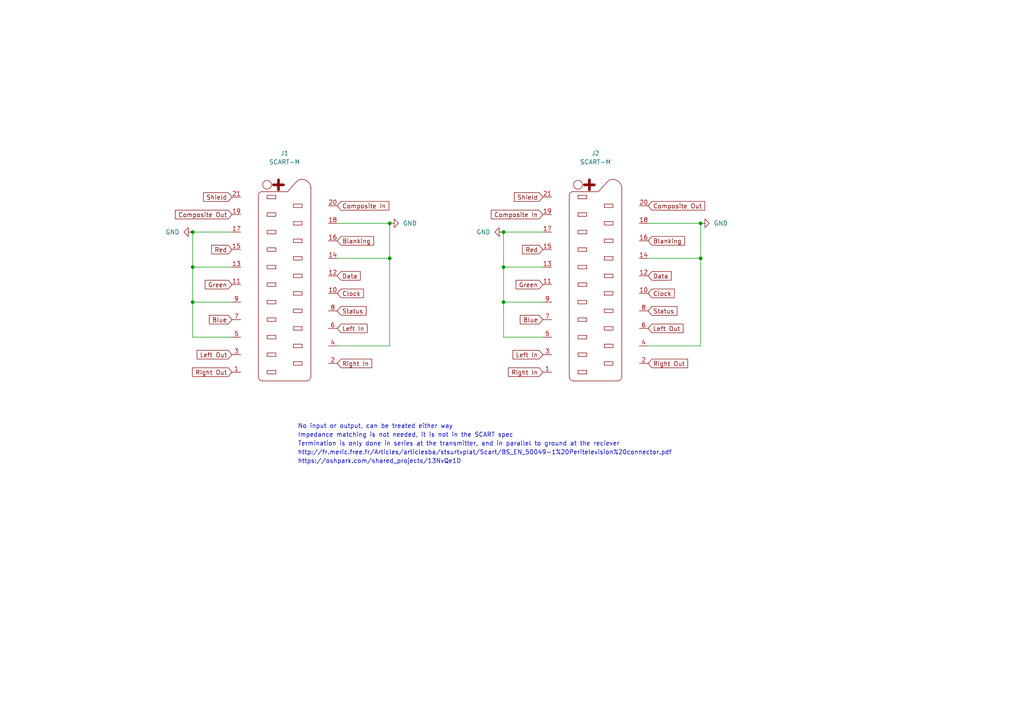
<source format=kicad_sch>
(kicad_sch (version 20230121) (generator eeschema)

  (uuid e639aac8-ced8-4dd1-a7fe-91a9bfa43493)

  (paper "A4")

  (lib_symbols
    (symbol "Connector:SCART-F" (pin_names (offset 0.762) hide) (in_bom yes) (on_board yes)
      (property "Reference" "J" (at 0 31.75 0)
        (effects (font (size 1.27 1.27)))
      )
      (property "Value" "SCART-F" (at 1.016 -29.21 0)
        (effects (font (size 1.27 1.27)))
      )
      (property "Footprint" "" (at 0 1.27 0)
        (effects (font (size 1.27 1.27)) hide)
      )
      (property "Datasheet" " ~" (at 0 1.27 0)
        (effects (font (size 1.27 1.27)) hide)
      )
      (property "ki_keywords" "connector" (at 0 0 0)
        (effects (font (size 1.27 1.27)) hide)
      )
      (property "ki_description" "Prise Peritel" (at 0 0 0)
        (effects (font (size 1.27 1.27)) hide)
      )
      (symbol "SCART-F_0_1"
        (arc (start -7.62 -26.67) (mid -7.248 -27.568) (end -6.35 -27.94)
          (stroke (width 0) (type default))
          (fill (type none))
        )
        (arc (start -6.604 26.9494) (mid -7.3224 26.6518) (end -7.62 25.9334)
          (stroke (width 0) (type default))
          (fill (type none))
        )
        (rectangle (start -5.08 -24.892) (end -2.54 -25.908)
          (stroke (width 0) (type default))
          (fill (type none))
        )
        (rectangle (start -5.08 -19.812) (end -2.54 -20.828)
          (stroke (width 0) (type default))
          (fill (type none))
        )
        (rectangle (start -5.08 -14.732) (end -2.54 -15.748)
          (stroke (width 0) (type default))
          (fill (type none))
        )
        (rectangle (start -5.08 -9.652) (end -2.54 -10.668)
          (stroke (width 0) (type default))
          (fill (type none))
        )
        (rectangle (start -5.08 -4.572) (end -2.54 -5.588)
          (stroke (width 0) (type default))
          (fill (type none))
        )
        (rectangle (start -5.08 0.508) (end -2.54 -0.508)
          (stroke (width 0) (type default))
          (fill (type none))
        )
        (rectangle (start -5.08 5.588) (end -2.54 4.572)
          (stroke (width 0) (type default))
          (fill (type none))
        )
        (rectangle (start -5.08 10.668) (end -2.54 9.652)
          (stroke (width 0) (type default))
          (fill (type none))
        )
        (rectangle (start -5.08 15.748) (end -2.54 14.732)
          (stroke (width 0) (type default))
          (fill (type none))
        )
        (rectangle (start -5.08 20.828) (end -2.54 19.812)
          (stroke (width 0) (type default))
          (fill (type none))
        )
        (rectangle (start -5.08 25.908) (end -2.54 24.892)
          (stroke (width 0) (type default))
          (fill (type none))
        )
        (circle (center -5.08 28.956) (radius 1.27)
          (stroke (width 0) (type default))
          (fill (type none))
        )
        (polyline
          (pts
            (xy -7.62 22.86)
            (xy -7.62 -26.67)
          )
          (stroke (width 0) (type default))
          (fill (type none))
        )
        (polyline
          (pts
            (xy -7.62 22.86)
            (xy -7.62 24.13)
          )
          (stroke (width 0) (type default))
          (fill (type none))
        )
        (polyline
          (pts
            (xy -7.62 24.6634)
            (xy -7.62 24.13)
          )
          (stroke (width 0) (type default))
          (fill (type none))
        )
        (polyline
          (pts
            (xy -7.62 24.6634)
            (xy -7.62 25.9334)
          )
          (stroke (width 0) (type default))
          (fill (type none))
        )
        (polyline
          (pts
            (xy -6.604 26.9494)
            (xy 0.508 26.9494)
          )
          (stroke (width 0) (type default))
          (fill (type none))
        )
        (polyline
          (pts
            (xy -6.35 -27.94)
            (xy 6.35 -27.94)
          )
          (stroke (width 0) (type default))
          (fill (type none))
        )
        (polyline
          (pts
            (xy 3.302 29.718)
            (xy 1.27 27.432)
          )
          (stroke (width 0) (type default))
          (fill (type none))
        )
        (polyline
          (pts
            (xy 4.826 30.48)
            (xy 5.08 30.48)
          )
          (stroke (width 0) (type default))
          (fill (type none))
        )
        (polyline
          (pts
            (xy 7.62 -26.67)
            (xy 7.62 28.2194)
          )
          (stroke (width 0) (type default))
          (fill (type none))
        )
        (arc (start 0.508 26.924) (mid 0.9569 27.0702) (end 1.2192 27.4574)
          (stroke (width 0) (type default))
          (fill (type none))
        )
        (rectangle (start 2.54 -22.352) (end 5.08 -23.368)
          (stroke (width 0) (type default))
          (fill (type none))
        )
        (rectangle (start 2.54 -17.272) (end 5.08 -18.288)
          (stroke (width 0) (type default))
          (fill (type none))
        )
        (rectangle (start 2.54 -12.192) (end 5.08 -13.208)
          (stroke (width 0) (type default))
          (fill (type none))
        )
        (rectangle (start 2.54 -7.112) (end 5.08 -8.128)
          (stroke (width 0) (type default))
          (fill (type none))
        )
        (rectangle (start 2.54 -2.032) (end 5.08 -3.048)
          (stroke (width 0) (type default))
          (fill (type none))
        )
        (rectangle (start 2.54 3.048) (end 5.08 2.032)
          (stroke (width 0) (type default))
          (fill (type none))
        )
        (rectangle (start 2.54 8.128) (end 5.08 7.112)
          (stroke (width 0) (type default))
          (fill (type none))
        )
        (rectangle (start 2.54 13.208) (end 5.08 12.192)
          (stroke (width 0) (type default))
          (fill (type none))
        )
        (rectangle (start 2.54 18.288) (end 5.08 17.272)
          (stroke (width 0) (type default))
          (fill (type none))
        )
        (rectangle (start 2.54 23.368) (end 5.08 22.352)
          (stroke (width 0) (type default))
          (fill (type none))
        )
        (arc (start 4.826 30.48) (mid 3.999 30.2726) (end 3.3782 29.6926)
          (stroke (width 0) (type default))
          (fill (type none))
        )
        (arc (start 6.35 -27.94) (mid 7.248 -27.568) (end 7.62 -26.67)
          (stroke (width 0) (type default))
          (fill (type none))
        )
        (arc (start 7.62 27.94) (mid 6.8761 29.7361) (end 5.08 30.48)
          (stroke (width 0) (type default))
          (fill (type none))
        )
        (text "+" (at -1.778 29.21 0)
          (effects (font (size 3.81 3.81) bold))
        )
      )
      (symbol "SCART-F_1_1"
        (pin passive line (at -15.24 -25.4 0) (length 2.54)
          (name "P1" (effects (font (size 1.27 1.27))))
          (number "1" (effects (font (size 1.27 1.27))))
        )
        (pin passive line (at 15.24 -2.54 180) (length 2.54)
          (name "P10" (effects (font (size 1.27 1.27))))
          (number "10" (effects (font (size 1.27 1.27))))
        )
        (pin passive line (at -15.24 0 0) (length 2.54)
          (name "P11" (effects (font (size 1.27 1.27))))
          (number "11" (effects (font (size 1.27 1.27))))
        )
        (pin passive line (at 15.24 2.54 180) (length 2.54)
          (name "P12" (effects (font (size 1.27 1.27))))
          (number "12" (effects (font (size 1.27 1.27))))
        )
        (pin passive line (at -15.24 5.08 0) (length 2.54)
          (name "P13" (effects (font (size 1.27 1.27))))
          (number "13" (effects (font (size 1.27 1.27))))
        )
        (pin passive line (at 15.24 7.62 180) (length 2.54)
          (name "P14" (effects (font (size 1.27 1.27))))
          (number "14" (effects (font (size 1.27 1.27))))
        )
        (pin passive line (at -15.24 10.16 0) (length 2.54)
          (name "P15" (effects (font (size 1.27 1.27))))
          (number "15" (effects (font (size 1.27 1.27))))
        )
        (pin passive line (at 15.24 12.7 180) (length 2.54)
          (name "P16" (effects (font (size 1.27 1.27))))
          (number "16" (effects (font (size 1.27 1.27))))
        )
        (pin passive line (at -15.24 15.24 0) (length 2.54)
          (name "P17" (effects (font (size 1.27 1.27))))
          (number "17" (effects (font (size 1.27 1.27))))
        )
        (pin passive line (at 15.24 17.78 180) (length 2.54)
          (name "P18" (effects (font (size 1.27 1.27))))
          (number "18" (effects (font (size 1.27 1.27))))
        )
        (pin passive line (at -15.24 20.32 0) (length 2.54)
          (name "P19" (effects (font (size 1.27 1.27))))
          (number "19" (effects (font (size 1.27 1.27))))
        )
        (pin passive line (at 15.24 -22.86 180) (length 2.54)
          (name "P2" (effects (font (size 1.27 1.27))))
          (number "2" (effects (font (size 1.27 1.27))))
        )
        (pin passive line (at 15.24 22.86 180) (length 2.54)
          (name "P20" (effects (font (size 1.27 1.27))))
          (number "20" (effects (font (size 1.27 1.27))))
        )
        (pin passive line (at -15.24 25.4 0) (length 2.54)
          (name "P21" (effects (font (size 1.27 1.27))))
          (number "21" (effects (font (size 1.27 1.27))))
        )
        (pin passive line (at -15.24 -20.32 0) (length 2.54)
          (name "P3" (effects (font (size 1.27 1.27))))
          (number "3" (effects (font (size 1.27 1.27))))
        )
        (pin passive line (at 15.24 -17.78 180) (length 2.54)
          (name "P4" (effects (font (size 1.27 1.27))))
          (number "4" (effects (font (size 1.27 1.27))))
        )
        (pin passive line (at -15.24 -15.24 0) (length 2.54)
          (name "P5" (effects (font (size 1.27 1.27))))
          (number "5" (effects (font (size 1.27 1.27))))
        )
        (pin passive line (at 15.24 -12.7 180) (length 2.54)
          (name "P6" (effects (font (size 1.27 1.27))))
          (number "6" (effects (font (size 1.27 1.27))))
        )
        (pin passive line (at -15.24 -10.16 0) (length 2.54)
          (name "P7" (effects (font (size 1.27 1.27))))
          (number "7" (effects (font (size 1.27 1.27))))
        )
        (pin passive line (at 15.24 -7.62 180) (length 2.54)
          (name "P8" (effects (font (size 1.27 1.27))))
          (number "8" (effects (font (size 1.27 1.27))))
        )
        (pin passive line (at -15.24 -5.08 0) (length 2.54)
          (name "P9" (effects (font (size 1.27 1.27))))
          (number "9" (effects (font (size 1.27 1.27))))
        )
      )
    )
    (symbol "power:GND" (power) (pin_names (offset 0)) (in_bom yes) (on_board yes)
      (property "Reference" "#PWR" (at 0 -6.35 0)
        (effects (font (size 1.27 1.27)) hide)
      )
      (property "Value" "GND" (at 0 -3.81 0)
        (effects (font (size 1.27 1.27)))
      )
      (property "Footprint" "" (at 0 0 0)
        (effects (font (size 1.27 1.27)) hide)
      )
      (property "Datasheet" "" (at 0 0 0)
        (effects (font (size 1.27 1.27)) hide)
      )
      (property "ki_keywords" "global power" (at 0 0 0)
        (effects (font (size 1.27 1.27)) hide)
      )
      (property "ki_description" "Power symbol creates a global label with name \"GND\" , ground" (at 0 0 0)
        (effects (font (size 1.27 1.27)) hide)
      )
      (symbol "GND_0_1"
        (polyline
          (pts
            (xy 0 0)
            (xy 0 -1.27)
            (xy 1.27 -1.27)
            (xy 0 -2.54)
            (xy -1.27 -1.27)
            (xy 0 -1.27)
          )
          (stroke (width 0) (type default))
          (fill (type none))
        )
      )
      (symbol "GND_1_1"
        (pin power_in line (at 0 0 270) (length 0) hide
          (name "GND" (effects (font (size 1.27 1.27))))
          (number "1" (effects (font (size 1.27 1.27))))
        )
      )
    )
  )

  (junction (at 55.88 87.63) (diameter 0) (color 0 0 0 0)
    (uuid 0f814fb5-6c7a-42e4-949a-86440adbdd77)
  )
  (junction (at 203.2 74.93) (diameter 0) (color 0 0 0 0)
    (uuid 0f961ca4-d4b0-4ef5-8f8f-b46389d8ac1b)
  )
  (junction (at 55.88 77.47) (diameter 0) (color 0 0 0 0)
    (uuid 2bf1a847-6514-4a8f-9b12-9e6fdab110a1)
  )
  (junction (at 113.03 64.77) (diameter 0) (color 0 0 0 0)
    (uuid 5b20ce7f-616f-462e-a2df-4deecdc0f64a)
  )
  (junction (at 146.05 87.63) (diameter 0) (color 0 0 0 0)
    (uuid 7bcc17c2-8e93-43f1-8213-913bc62f69f0)
  )
  (junction (at 146.05 77.47) (diameter 0) (color 0 0 0 0)
    (uuid a3a98a20-1332-4ace-897c-5a4954e72f63)
  )
  (junction (at 113.03 74.93) (diameter 0) (color 0 0 0 0)
    (uuid ab4b3c3c-9470-4856-8260-0f254b708c8d)
  )
  (junction (at 146.05 67.31) (diameter 0) (color 0 0 0 0)
    (uuid b8897f26-a3d4-4ae5-ba25-c1050d41f114)
  )
  (junction (at 55.88 67.31) (diameter 0) (color 0 0 0 0)
    (uuid d3edfbfb-7125-4974-a0da-82c8049bdade)
  )
  (junction (at 203.2 64.77) (diameter 0) (color 0 0 0 0)
    (uuid f754e9a0-78b8-46fc-bd9a-25e638890a7a)
  )

  (wire (pts (xy 146.05 97.79) (xy 157.48 97.79))
    (stroke (width 0) (type default))
    (uuid 0c37b7e4-74a2-4c96-a684-f0acb2c7143e)
  )
  (wire (pts (xy 97.79 64.77) (xy 113.03 64.77))
    (stroke (width 0) (type default))
    (uuid 175e5773-ec9b-4f91-a00a-4f139577a960)
  )
  (wire (pts (xy 67.31 67.31) (xy 55.88 67.31))
    (stroke (width 0) (type default))
    (uuid 38698c41-159b-41de-8194-4583558c57ce)
  )
  (wire (pts (xy 55.88 87.63) (xy 67.31 87.63))
    (stroke (width 0) (type default))
    (uuid 487e8e10-cec0-473d-bf24-5d700b917248)
  )
  (wire (pts (xy 203.2 74.93) (xy 203.2 100.33))
    (stroke (width 0) (type default))
    (uuid 4a0e747e-a30a-4823-bc13-d500a6af015a)
  )
  (wire (pts (xy 157.48 67.31) (xy 146.05 67.31))
    (stroke (width 0) (type default))
    (uuid 4d959a53-60be-456d-b917-5a074f08f283)
  )
  (wire (pts (xy 146.05 87.63) (xy 146.05 97.79))
    (stroke (width 0) (type default))
    (uuid 4f5c1d45-3d14-419a-ae26-44176c8a5e9b)
  )
  (wire (pts (xy 113.03 64.77) (xy 113.03 74.93))
    (stroke (width 0) (type default))
    (uuid 7840430c-2f53-4734-b2f9-bc9d4a6f166c)
  )
  (wire (pts (xy 203.2 64.77) (xy 203.2 74.93))
    (stroke (width 0) (type default))
    (uuid 7aaccc20-9722-4c02-826c-d19909d83625)
  )
  (wire (pts (xy 203.2 74.93) (xy 187.96 74.93))
    (stroke (width 0) (type default))
    (uuid 7e58190e-ce65-4b39-b31b-410810df2e1a)
  )
  (wire (pts (xy 55.88 97.79) (xy 67.31 97.79))
    (stroke (width 0) (type default))
    (uuid 857701be-8297-4c86-ba42-240e21b88dfe)
  )
  (wire (pts (xy 146.05 87.63) (xy 157.48 87.63))
    (stroke (width 0) (type default))
    (uuid 871f7482-1b60-419e-a050-eede0e15b836)
  )
  (wire (pts (xy 187.96 64.77) (xy 203.2 64.77))
    (stroke (width 0) (type default))
    (uuid 87a920bb-6593-458e-a0e9-5a200dc0b687)
  )
  (wire (pts (xy 113.03 74.93) (xy 97.79 74.93))
    (stroke (width 0) (type default))
    (uuid 938e92a3-d22c-4717-85d1-6e7bb1406f55)
  )
  (wire (pts (xy 113.03 100.33) (xy 97.79 100.33))
    (stroke (width 0) (type default))
    (uuid 95439afc-e019-4a1b-91a0-2815ee08a66b)
  )
  (wire (pts (xy 146.05 67.31) (xy 146.05 77.47))
    (stroke (width 0) (type default))
    (uuid 9c3d7b0b-94f3-4467-9fb3-fe165c908e6b)
  )
  (wire (pts (xy 55.88 77.47) (xy 67.31 77.47))
    (stroke (width 0) (type default))
    (uuid a74ac3ce-e400-4a70-9ddc-06d1105348b6)
  )
  (wire (pts (xy 203.2 100.33) (xy 187.96 100.33))
    (stroke (width 0) (type default))
    (uuid aed220a8-f83d-463d-9576-f2eff7fe5c01)
  )
  (wire (pts (xy 55.88 67.31) (xy 55.88 77.47))
    (stroke (width 0) (type default))
    (uuid ba8511ac-938d-4283-ab33-1acee8439a5a)
  )
  (wire (pts (xy 146.05 77.47) (xy 157.48 77.47))
    (stroke (width 0) (type default))
    (uuid c6981a65-4efb-4a4d-96d6-21c7b79a71f4)
  )
  (wire (pts (xy 146.05 77.47) (xy 146.05 87.63))
    (stroke (width 0) (type default))
    (uuid cdd56e0a-c97a-44bf-af8f-4abe633e9c2f)
  )
  (wire (pts (xy 55.88 87.63) (xy 55.88 97.79))
    (stroke (width 0) (type default))
    (uuid dc5d5c1e-e236-4a9f-839a-95da00fb5d5a)
  )
  (wire (pts (xy 113.03 74.93) (xy 113.03 100.33))
    (stroke (width 0) (type default))
    (uuid f6fe8c2e-cadf-42a4-9879-c4b50f1e9f47)
  )
  (wire (pts (xy 55.88 77.47) (xy 55.88 87.63))
    (stroke (width 0) (type default))
    (uuid fd563648-88cd-4538-a80f-51c3db196cee)
  )

  (text "Termination is only done in series at the transmitter, and in parallel to ground at the reciever"
    (at 86.36 129.54 0)
    (effects (font (size 1.27 1.27)) (justify left bottom))
    (uuid 310f3ba1-20f9-40b0-a100-d9a832315893)
  )
  (text "http://fr.meric.free.fr/Articles/articlesba/stsurtvplat/Scart/BS_EN_50049-1%20Peritelevision%20connector.pdf"
    (at 86.36 132.08 0)
    (effects (font (size 1.27 1.27)) (justify left bottom))
    (uuid 5c6acb7f-7ce6-4064-937a-34c5f80924a3)
  )
  (text "No input or output, can be treated either way" (at 86.36 124.46 0)
    (effects (font (size 1.27 1.27)) (justify left bottom))
    (uuid a4752cf4-9c86-486c-a9a9-75c5642b9f4d)
  )
  (text "https://oshpark.com/shared_projects/13NvQe1D" (at 86.36 134.62 0)
    (effects (font (size 1.27 1.27)) (justify left bottom))
    (uuid be3aebdf-1021-458c-afdf-1ce5804c986b)
  )
  (text "Impedance matching is not needed, it is not in the SCART spec"
    (at 86.36 127 0)
    (effects (font (size 1.27 1.27)) (justify left bottom))
    (uuid d7cfcf27-49d6-4c9d-8967-e2e06e8a57a8)
  )

  (global_label "Composite In" (shape input) (at 157.48 62.23 180) (fields_autoplaced)
    (effects (font (size 1.27 1.27)) (justify right))
    (uuid 05724c0e-9f6b-4c91-a12d-3d9f628ef050)
    (property "Intersheetrefs" "${INTERSHEET_REFS}" (at 141.9159 62.23 0)
      (effects (font (size 1.27 1.27)) (justify right) hide)
    )
  )
  (global_label "Shield" (shape input) (at 67.31 57.15 180) (fields_autoplaced)
    (effects (font (size 1.27 1.27)) (justify right))
    (uuid 07b85462-1a8a-4705-b99a-f6d2f3906b65)
    (property "Intersheetrefs" "${INTERSHEET_REFS}" (at 58.4587 57.15 0)
      (effects (font (size 1.27 1.27)) (justify right) hide)
    )
  )
  (global_label "Right In" (shape input) (at 157.48 107.95 180) (fields_autoplaced)
    (effects (font (size 1.27 1.27)) (justify right))
    (uuid 168b4aa5-9811-441d-aee2-0dfcb510f427)
    (property "Intersheetrefs" "${INTERSHEET_REFS}" (at 146.8749 107.95 0)
      (effects (font (size 1.27 1.27)) (justify right) hide)
    )
  )
  (global_label "Right Out" (shape input) (at 67.31 107.95 180) (fields_autoplaced)
    (effects (font (size 1.27 1.27)) (justify right))
    (uuid 1b8fe31e-00da-4e2b-a9ef-be8c2a283339)
    (property "Intersheetrefs" "${INTERSHEET_REFS}" (at 55.2535 107.95 0)
      (effects (font (size 1.27 1.27)) (justify right) hide)
    )
  )
  (global_label "Clock" (shape input) (at 97.79 85.09 0) (fields_autoplaced)
    (effects (font (size 1.27 1.27)) (justify left))
    (uuid 22f84149-9eac-49a9-8ca0-666ea642fa34)
    (property "Intersheetrefs" "${INTERSHEET_REFS}" (at 105.9761 85.09 0)
      (effects (font (size 1.27 1.27)) (justify left) hide)
    )
  )
  (global_label "Clock" (shape input) (at 187.96 85.09 0) (fields_autoplaced)
    (effects (font (size 1.27 1.27)) (justify left))
    (uuid 2cbb2839-5f49-46ee-b28b-a550b04f0bde)
    (property "Intersheetrefs" "${INTERSHEET_REFS}" (at 196.1461 85.09 0)
      (effects (font (size 1.27 1.27)) (justify left) hide)
    )
  )
  (global_label "Right Out" (shape input) (at 187.96 105.41 0) (fields_autoplaced)
    (effects (font (size 1.27 1.27)) (justify left))
    (uuid 369b693f-258a-4eb3-ac8d-14bd83b192a6)
    (property "Intersheetrefs" "${INTERSHEET_REFS}" (at 200.0165 105.41 0)
      (effects (font (size 1.27 1.27)) (justify left) hide)
    )
  )
  (global_label "Shield" (shape input) (at 157.48 57.15 180) (fields_autoplaced)
    (effects (font (size 1.27 1.27)) (justify right))
    (uuid 399d5fa8-97d8-4de6-8b32-da9c23c376b3)
    (property "Intersheetrefs" "${INTERSHEET_REFS}" (at 148.6287 57.15 0)
      (effects (font (size 1.27 1.27)) (justify right) hide)
    )
  )
  (global_label "Data" (shape input) (at 187.96 80.01 0) (fields_autoplaced)
    (effects (font (size 1.27 1.27)) (justify left))
    (uuid 4016eac3-8afc-42d8-bce1-cf70a61522a5)
    (property "Intersheetrefs" "${INTERSHEET_REFS}" (at 195.2389 80.01 0)
      (effects (font (size 1.27 1.27)) (justify left) hide)
    )
  )
  (global_label "Status" (shape input) (at 187.96 90.17 0) (fields_autoplaced)
    (effects (font (size 1.27 1.27)) (justify left))
    (uuid 419750bc-2d1d-47d1-bf48-1d77e705dc1f)
    (property "Intersheetrefs" "${INTERSHEET_REFS}" (at 196.9322 90.17 0)
      (effects (font (size 1.27 1.27)) (justify left) hide)
    )
  )
  (global_label "Green" (shape input) (at 157.48 82.55 180) (fields_autoplaced)
    (effects (font (size 1.27 1.27)) (justify right))
    (uuid 42cb9a2d-db1d-4bb5-9a0d-181a0c78c824)
    (property "Intersheetrefs" "${INTERSHEET_REFS}" (at 149.1124 82.55 0)
      (effects (font (size 1.27 1.27)) (justify right) hide)
    )
  )
  (global_label "Blue" (shape input) (at 157.48 92.71 180) (fields_autoplaced)
    (effects (font (size 1.27 1.27)) (justify right))
    (uuid 51babb49-ad4a-48f6-85be-db4ba6b879d7)
    (property "Intersheetrefs" "${INTERSHEET_REFS}" (at 150.322 92.71 0)
      (effects (font (size 1.27 1.27)) (justify right) hide)
    )
  )
  (global_label "Red" (shape input) (at 67.31 72.39 180) (fields_autoplaced)
    (effects (font (size 1.27 1.27)) (justify right))
    (uuid 68011dea-5894-4ae6-a539-0d8f5f3fbe21)
    (property "Intersheetrefs" "${INTERSHEET_REFS}" (at 60.8172 72.39 0)
      (effects (font (size 1.27 1.27)) (justify right) hide)
    )
  )
  (global_label "Left Out" (shape input) (at 187.96 95.25 0) (fields_autoplaced)
    (effects (font (size 1.27 1.27)) (justify left))
    (uuid 742bd493-b45c-4561-a83b-2b9fe4fefa4d)
    (property "Intersheetrefs" "${INTERSHEET_REFS}" (at 198.6861 95.25 0)
      (effects (font (size 1.27 1.27)) (justify left) hide)
    )
  )
  (global_label "Composite In" (shape input) (at 97.79 59.69 0) (fields_autoplaced)
    (effects (font (size 1.27 1.27)) (justify left))
    (uuid 8929245d-9a3f-464b-85ef-6c56908d2be6)
    (property "Intersheetrefs" "${INTERSHEET_REFS}" (at 113.3541 59.69 0)
      (effects (font (size 1.27 1.27)) (justify left) hide)
    )
  )
  (global_label "Red" (shape input) (at 157.48 72.39 180) (fields_autoplaced)
    (effects (font (size 1.27 1.27)) (justify right))
    (uuid aeb768e5-c8ed-4288-a24f-b93cd28bc7c2)
    (property "Intersheetrefs" "${INTERSHEET_REFS}" (at 150.9872 72.39 0)
      (effects (font (size 1.27 1.27)) (justify right) hide)
    )
  )
  (global_label "Data" (shape input) (at 97.79 80.01 0) (fields_autoplaced)
    (effects (font (size 1.27 1.27)) (justify left))
    (uuid b4c62dfe-9aa1-4eb8-8d60-f6d38b3f1d59)
    (property "Intersheetrefs" "${INTERSHEET_REFS}" (at 105.0689 80.01 0)
      (effects (font (size 1.27 1.27)) (justify left) hide)
    )
  )
  (global_label "Green" (shape input) (at 67.31 82.55 180) (fields_autoplaced)
    (effects (font (size 1.27 1.27)) (justify right))
    (uuid b6ae4888-a63b-4bfd-b6cb-6cc75dd461c1)
    (property "Intersheetrefs" "${INTERSHEET_REFS}" (at 58.9424 82.55 0)
      (effects (font (size 1.27 1.27)) (justify right) hide)
    )
  )
  (global_label "Blanking" (shape input) (at 187.96 69.85 0) (fields_autoplaced)
    (effects (font (size 1.27 1.27)) (justify left))
    (uuid becaa5ff-3ce7-4d0f-954a-8177c5ab74df)
    (property "Intersheetrefs" "${INTERSHEET_REFS}" (at 199.1093 69.85 0)
      (effects (font (size 1.27 1.27)) (justify left) hide)
    )
  )
  (global_label "Left In" (shape input) (at 157.48 102.87 180) (fields_autoplaced)
    (effects (font (size 1.27 1.27)) (justify right))
    (uuid c6ba76d7-4231-49c7-b541-3ea0e44d2ae4)
    (property "Intersheetrefs" "${INTERSHEET_REFS}" (at 148.2053 102.87 0)
      (effects (font (size 1.27 1.27)) (justify right) hide)
    )
  )
  (global_label "Blanking" (shape input) (at 97.79 69.85 0) (fields_autoplaced)
    (effects (font (size 1.27 1.27)) (justify left))
    (uuid d6d2c51f-d636-44b5-bf81-bc44b011a505)
    (property "Intersheetrefs" "${INTERSHEET_REFS}" (at 108.9393 69.85 0)
      (effects (font (size 1.27 1.27)) (justify left) hide)
    )
  )
  (global_label "Composite Out" (shape input) (at 187.96 59.69 0) (fields_autoplaced)
    (effects (font (size 1.27 1.27)) (justify left))
    (uuid d7154de5-11ad-4c73-aa9b-7adbd464d0c2)
    (property "Intersheetrefs" "${INTERSHEET_REFS}" (at 204.9755 59.69 0)
      (effects (font (size 1.27 1.27)) (justify left) hide)
    )
  )
  (global_label "Right In" (shape input) (at 97.79 105.41 0) (fields_autoplaced)
    (effects (font (size 1.27 1.27)) (justify left))
    (uuid d7b30511-eb2c-4f06-9697-dc5efb51a630)
    (property "Intersheetrefs" "${INTERSHEET_REFS}" (at 108.3951 105.41 0)
      (effects (font (size 1.27 1.27)) (justify left) hide)
    )
  )
  (global_label "Left In" (shape input) (at 97.79 95.25 0) (fields_autoplaced)
    (effects (font (size 1.27 1.27)) (justify left))
    (uuid e9a6c0f7-51b3-4bab-84ab-e6be85a0b701)
    (property "Intersheetrefs" "${INTERSHEET_REFS}" (at 107.0647 95.25 0)
      (effects (font (size 1.27 1.27)) (justify left) hide)
    )
  )
  (global_label "Composite Out" (shape input) (at 67.31 62.23 180) (fields_autoplaced)
    (effects (font (size 1.27 1.27)) (justify right))
    (uuid eb3edeab-ae5e-4f6b-8c51-e686a1879ff7)
    (property "Intersheetrefs" "${INTERSHEET_REFS}" (at 50.2945 62.23 0)
      (effects (font (size 1.27 1.27)) (justify right) hide)
    )
  )
  (global_label "Blue" (shape input) (at 67.31 92.71 180) (fields_autoplaced)
    (effects (font (size 1.27 1.27)) (justify right))
    (uuid ec15cd6d-8da0-40fb-a4e8-5ea14b9c2bcd)
    (property "Intersheetrefs" "${INTERSHEET_REFS}" (at 60.152 92.71 0)
      (effects (font (size 1.27 1.27)) (justify right) hide)
    )
  )
  (global_label "Status" (shape input) (at 97.79 90.17 0) (fields_autoplaced)
    (effects (font (size 1.27 1.27)) (justify left))
    (uuid fb5439ce-2849-4b20-940e-2e701acb83f8)
    (property "Intersheetrefs" "${INTERSHEET_REFS}" (at 106.7622 90.17 0)
      (effects (font (size 1.27 1.27)) (justify left) hide)
    )
  )
  (global_label "Left Out" (shape input) (at 67.31 102.87 180) (fields_autoplaced)
    (effects (font (size 1.27 1.27)) (justify right))
    (uuid fe88e057-0fa8-4284-807a-a8ff6ee1509a)
    (property "Intersheetrefs" "${INTERSHEET_REFS}" (at 56.5839 102.87 0)
      (effects (font (size 1.27 1.27)) (justify right) hide)
    )
  )

  (symbol (lib_id "Connector:SCART-F") (at 172.72 82.55 0) (unit 1)
    (in_bom yes) (on_board yes) (dnp no) (fields_autoplaced)
    (uuid 4533c645-f231-4560-baa6-5c672c302bea)
    (property "Reference" "J2" (at 172.72 44.45 0)
      (effects (font (size 1.27 1.27)))
    )
    (property "Value" "SCART-M" (at 172.72 46.99 0)
      (effects (font (size 1.27 1.27)))
    )
    (property "Footprint" "Connector_AV:Male_SCART" (at 172.72 81.28 0)
      (effects (font (size 1.27 1.27)) hide)
    )
    (property "Datasheet" " ~" (at 172.72 81.28 0)
      (effects (font (size 1.27 1.27)) hide)
    )
    (pin "4" (uuid 1031eca1-27cb-4aeb-b261-fa0e951da005))
    (pin "15" (uuid 26d7d47c-193c-4516-ae10-29c6635a923d))
    (pin "7" (uuid e640afd6-7c4b-4813-916e-0ea309eb8f95))
    (pin "19" (uuid 0f195643-4cc2-443b-b3af-71c306fa052b))
    (pin "10" (uuid 694fb267-7505-403b-b70a-301b63c8b3f0))
    (pin "17" (uuid 4005c8ce-5dd1-4967-8e03-5d31fc164071))
    (pin "6" (uuid 58e9e85a-a9fb-4e5b-89e8-dd2aab2a3914))
    (pin "16" (uuid 7dc39590-fe9d-4c48-a4ca-dc407f0da382))
    (pin "18" (uuid e90844f4-c9cf-4488-a624-bbf01ed64a0e))
    (pin "13" (uuid 89ee3009-09ff-42c6-aafe-53087a6edd51))
    (pin "2" (uuid c4e8d121-def8-440b-816b-db8e050a445a))
    (pin "5" (uuid 9dcbdb94-83f6-41b8-9aff-fae63cf970e6))
    (pin "1" (uuid f37cedd0-317f-4cbd-9227-0b489279c6be))
    (pin "12" (uuid 46a1e87c-08fd-4f80-9bb1-56c6ead573d2))
    (pin "11" (uuid 74669631-f705-4d53-a13c-fff70f4ca54e))
    (pin "8" (uuid de0e09bf-23cc-4404-ac41-18b5132e1804))
    (pin "14" (uuid d56d44e7-f1c9-4e55-a5cd-63d02a57cdd8))
    (pin "21" (uuid 38e6819a-9b6d-4a88-bf56-8dc19d533d25))
    (pin "9" (uuid 6602c4b0-704e-4f17-b1c8-7af26923aee8))
    (pin "20" (uuid 10204cfa-d871-4101-8ebb-7429259e585b))
    (pin "3" (uuid 1d492a93-b674-411d-a464-d205c01c931d))
    (instances
      (project "scart-ftf"
        (path "/35be7bb5-4d24-47f2-9037-c25ea0e0455b"
          (reference "J2") (unit 1)
        )
      )
      (project "scart-mtm"
        (path "/e639aac8-ced8-4dd1-a7fe-91a9bfa43493"
          (reference "J2") (unit 1)
        )
      )
    )
  )

  (symbol (lib_id "power:GND") (at 55.88 67.31 270) (unit 1)
    (in_bom yes) (on_board yes) (dnp no) (fields_autoplaced)
    (uuid 9e643a81-58f9-4fa7-980c-45711d11538c)
    (property "Reference" "#PWR02" (at 49.53 67.31 0)
      (effects (font (size 1.27 1.27)) hide)
    )
    (property "Value" "GND" (at 52.07 67.31 90)
      (effects (font (size 1.27 1.27)) (justify right))
    )
    (property "Footprint" "" (at 55.88 67.31 0)
      (effects (font (size 1.27 1.27)) hide)
    )
    (property "Datasheet" "" (at 55.88 67.31 0)
      (effects (font (size 1.27 1.27)) hide)
    )
    (pin "1" (uuid 830a2b0a-3b75-497f-8186-57ba94299c36))
    (instances
      (project "scart-mtm"
        (path "/e639aac8-ced8-4dd1-a7fe-91a9bfa43493"
          (reference "#PWR02") (unit 1)
        )
      )
    )
  )

  (symbol (lib_id "power:GND") (at 146.05 67.31 270) (unit 1)
    (in_bom yes) (on_board yes) (dnp no) (fields_autoplaced)
    (uuid a49f0013-2db5-41cc-a3a9-3b53816bb5dd)
    (property "Reference" "#PWR04" (at 139.7 67.31 0)
      (effects (font (size 1.27 1.27)) hide)
    )
    (property "Value" "GND" (at 142.24 67.31 90)
      (effects (font (size 1.27 1.27)) (justify right))
    )
    (property "Footprint" "" (at 146.05 67.31 0)
      (effects (font (size 1.27 1.27)) hide)
    )
    (property "Datasheet" "" (at 146.05 67.31 0)
      (effects (font (size 1.27 1.27)) hide)
    )
    (pin "1" (uuid 336429a7-9460-400b-b798-158cf839c702))
    (instances
      (project "scart-mtm"
        (path "/e639aac8-ced8-4dd1-a7fe-91a9bfa43493"
          (reference "#PWR04") (unit 1)
        )
      )
    )
  )

  (symbol (lib_id "Connector:SCART-F") (at 82.55 82.55 0) (unit 1)
    (in_bom yes) (on_board yes) (dnp no) (fields_autoplaced)
    (uuid b83e8903-4932-4478-8b56-81852165eb01)
    (property "Reference" "J1" (at 82.55 44.45 0)
      (effects (font (size 1.27 1.27)))
    )
    (property "Value" "SCART-M" (at 82.55 46.99 0)
      (effects (font (size 1.27 1.27)))
    )
    (property "Footprint" "Connector_AV:Male_SCART" (at 82.55 81.28 0)
      (effects (font (size 1.27 1.27)) hide)
    )
    (property "Datasheet" " ~" (at 82.55 81.28 0)
      (effects (font (size 1.27 1.27)) hide)
    )
    (pin "4" (uuid 68b9845e-16e4-4ece-97d4-9e2ce1cc21da))
    (pin "15" (uuid bc5e38c1-facc-407e-bda7-77757640aede))
    (pin "7" (uuid 84b3a431-b84a-4a78-a059-54dd470108fc))
    (pin "19" (uuid 1466e51f-a0fa-4a8c-ac81-adbf12d3d289))
    (pin "10" (uuid 4b3a8657-3ebd-47ae-b573-bdae7a5cfcd2))
    (pin "17" (uuid b1614b6a-260c-4e18-9a11-f71a3be7da2f))
    (pin "6" (uuid e487dd5e-3e2c-40df-b6bc-23c5062c1d05))
    (pin "16" (uuid 5a3c62b6-77d0-4de9-8163-eca76b504566))
    (pin "18" (uuid 967a1559-7fc5-45a3-b658-dcaa40173be4))
    (pin "13" (uuid 104aed77-130d-4c8b-9da9-a6237a3b1217))
    (pin "2" (uuid 7b997625-e6d5-4d50-9951-72e3b57f0ba2))
    (pin "5" (uuid 7f3e5740-caa5-4e07-97fa-b71b95a19b65))
    (pin "1" (uuid 38d8679a-7bd8-44f2-9f47-5ae0192202a4))
    (pin "12" (uuid 560c2324-f862-402b-9259-53716d4a3b21))
    (pin "11" (uuid 1901c869-a894-43ce-ab8d-cec19b017335))
    (pin "8" (uuid f7ae4dcd-61d1-4839-a337-cfb5afa70862))
    (pin "14" (uuid 363f052c-39b6-4525-99b4-fa7d6d01d5ad))
    (pin "21" (uuid 3459e0dc-08ff-43e0-837c-762c2200e002))
    (pin "9" (uuid f23741e3-8313-4836-82a9-0e7fd3b1d4b1))
    (pin "20" (uuid 2042f2b5-0d9b-4a91-ac90-64b053f99332))
    (pin "3" (uuid d26a7428-8c01-4454-9bae-edeae9e1da55))
    (instances
      (project "scart-ftf"
        (path "/35be7bb5-4d24-47f2-9037-c25ea0e0455b"
          (reference "J1") (unit 1)
        )
      )
      (project "scart-mtm"
        (path "/e639aac8-ced8-4dd1-a7fe-91a9bfa43493"
          (reference "J1") (unit 1)
        )
      )
    )
  )

  (symbol (lib_id "power:GND") (at 203.2 64.77 90) (unit 1)
    (in_bom yes) (on_board yes) (dnp no) (fields_autoplaced)
    (uuid c78f65ea-b207-4bad-b6fe-3c20f9c2e16a)
    (property "Reference" "#PWR03" (at 209.55 64.77 0)
      (effects (font (size 1.27 1.27)) hide)
    )
    (property "Value" "GND" (at 207.01 64.77 90)
      (effects (font (size 1.27 1.27)) (justify right))
    )
    (property "Footprint" "" (at 203.2 64.77 0)
      (effects (font (size 1.27 1.27)) hide)
    )
    (property "Datasheet" "" (at 203.2 64.77 0)
      (effects (font (size 1.27 1.27)) hide)
    )
    (pin "1" (uuid 5ebe249d-efa3-4f22-9dc2-ef7093cc5637))
    (instances
      (project "scart-mtm"
        (path "/e639aac8-ced8-4dd1-a7fe-91a9bfa43493"
          (reference "#PWR03") (unit 1)
        )
      )
    )
  )

  (symbol (lib_id "power:GND") (at 113.03 64.77 90) (unit 1)
    (in_bom yes) (on_board yes) (dnp no) (fields_autoplaced)
    (uuid c8e42ac3-37f3-41cb-a1bb-cdc4bce9cd48)
    (property "Reference" "#PWR01" (at 119.38 64.77 0)
      (effects (font (size 1.27 1.27)) hide)
    )
    (property "Value" "GND" (at 116.84 64.77 90)
      (effects (font (size 1.27 1.27)) (justify right))
    )
    (property "Footprint" "" (at 113.03 64.77 0)
      (effects (font (size 1.27 1.27)) hide)
    )
    (property "Datasheet" "" (at 113.03 64.77 0)
      (effects (font (size 1.27 1.27)) hide)
    )
    (pin "1" (uuid e3d43841-23fa-4d1a-a5cd-e21f7366abef))
    (instances
      (project "scart-mtm"
        (path "/e639aac8-ced8-4dd1-a7fe-91a9bfa43493"
          (reference "#PWR01") (unit 1)
        )
      )
    )
  )

  (sheet_instances
    (path "/" (page "1"))
  )
)

</source>
